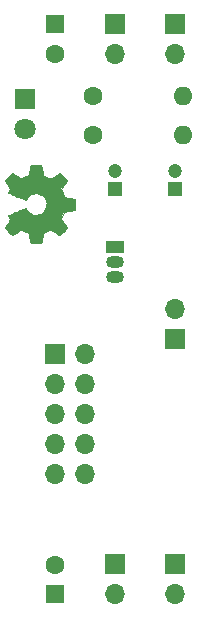
<source format=gbl>
%TF.GenerationSoftware,KiCad,Pcbnew,(5.1.10-1-10_14)*%
%TF.CreationDate,2021-06-08T13:14:51-07:00*%
%TF.ProjectId,EurorackBBPS,4575726f-7261-4636-9b42-4250532e6b69,rev?*%
%TF.SameCoordinates,Original*%
%TF.FileFunction,Copper,L2,Bot*%
%TF.FilePolarity,Positive*%
%FSLAX46Y46*%
G04 Gerber Fmt 4.6, Leading zero omitted, Abs format (unit mm)*
G04 Created by KiCad (PCBNEW (5.1.10-1-10_14)) date 2021-06-08 13:14:51*
%MOMM*%
%LPD*%
G01*
G04 APERTURE LIST*
%TA.AperFunction,EtchedComponent*%
%ADD10C,0.010000*%
%TD*%
%TA.AperFunction,ComponentPad*%
%ADD11O,1.600000X1.600000*%
%TD*%
%TA.AperFunction,ComponentPad*%
%ADD12C,1.600000*%
%TD*%
%TA.AperFunction,ComponentPad*%
%ADD13C,1.800000*%
%TD*%
%TA.AperFunction,ComponentPad*%
%ADD14R,1.800000X1.800000*%
%TD*%
%TA.AperFunction,ComponentPad*%
%ADD15C,1.200000*%
%TD*%
%TA.AperFunction,ComponentPad*%
%ADD16R,1.200000X1.200000*%
%TD*%
%TA.AperFunction,ComponentPad*%
%ADD17O,1.700000X1.700000*%
%TD*%
%TA.AperFunction,ComponentPad*%
%ADD18R,1.700000X1.700000*%
%TD*%
%TA.AperFunction,ComponentPad*%
%ADD19R,1.500000X1.050000*%
%TD*%
%TA.AperFunction,ComponentPad*%
%ADD20O,1.500000X1.050000*%
%TD*%
%TA.AperFunction,ComponentPad*%
%ADD21R,1.600000X1.600000*%
%TD*%
G04 APERTURE END LIST*
D10*
%TO.C,REF\u002A\u002A*%
G36*
X149851069Y-90884186D02*
G01*
X149406445Y-90800365D01*
X149278947Y-90491080D01*
X149151449Y-90181794D01*
X149403754Y-89810754D01*
X149474004Y-89706843D01*
X149536728Y-89612913D01*
X149589062Y-89533348D01*
X149628143Y-89472530D01*
X149651107Y-89434843D01*
X149656058Y-89424579D01*
X149643324Y-89406090D01*
X149608118Y-89366580D01*
X149554938Y-89310478D01*
X149488282Y-89242213D01*
X149412646Y-89166214D01*
X149332528Y-89086908D01*
X149252426Y-89008725D01*
X149176836Y-88936093D01*
X149110255Y-88873441D01*
X149057182Y-88825197D01*
X149022113Y-88795790D01*
X149010377Y-88788759D01*
X148988740Y-88798877D01*
X148941338Y-88827241D01*
X148872807Y-88870871D01*
X148787785Y-88926782D01*
X148690907Y-88991994D01*
X148635650Y-89029781D01*
X148534752Y-89098657D01*
X148443701Y-89159860D01*
X148367030Y-89210422D01*
X148309272Y-89247372D01*
X148274957Y-89267742D01*
X148267746Y-89270803D01*
X148247252Y-89263864D01*
X148199487Y-89244949D01*
X148131168Y-89216913D01*
X148049011Y-89182609D01*
X147959730Y-89144891D01*
X147870042Y-89106613D01*
X147786662Y-89070630D01*
X147716306Y-89039794D01*
X147665690Y-89016961D01*
X147641529Y-89004983D01*
X147640578Y-89004276D01*
X147635964Y-88985469D01*
X147625672Y-88935382D01*
X147610713Y-88859207D01*
X147592099Y-88762135D01*
X147570841Y-88649357D01*
X147558582Y-88583558D01*
X147535638Y-88463050D01*
X147513805Y-88354203D01*
X147494278Y-88262524D01*
X147478252Y-88193519D01*
X147466921Y-88152696D01*
X147463326Y-88144489D01*
X147438994Y-88136452D01*
X147384041Y-88129967D01*
X147304892Y-88125030D01*
X147207974Y-88121636D01*
X147099713Y-88119782D01*
X146986535Y-88119462D01*
X146874865Y-88120673D01*
X146771132Y-88123410D01*
X146681759Y-88127669D01*
X146613174Y-88133445D01*
X146571803Y-88140733D01*
X146563190Y-88145105D01*
X146552867Y-88171236D01*
X146538108Y-88226607D01*
X146520648Y-88303893D01*
X146502220Y-88395770D01*
X146496259Y-88427842D01*
X146467934Y-88582476D01*
X146445124Y-88704625D01*
X146426920Y-88798327D01*
X146412417Y-88867616D01*
X146400708Y-88916529D01*
X146390885Y-88949103D01*
X146382044Y-88969372D01*
X146373276Y-88981374D01*
X146371543Y-88983053D01*
X146343629Y-88999816D01*
X146289305Y-89025386D01*
X146215223Y-89057212D01*
X146128035Y-89092740D01*
X146034392Y-89129417D01*
X145940948Y-89164689D01*
X145854353Y-89196004D01*
X145781260Y-89220807D01*
X145728322Y-89236546D01*
X145702189Y-89240668D01*
X145701274Y-89240324D01*
X145679914Y-89226359D01*
X145632916Y-89194678D01*
X145565173Y-89148609D01*
X145481577Y-89091482D01*
X145387018Y-89026627D01*
X145360146Y-89008157D01*
X145262725Y-88942301D01*
X145173837Y-88884350D01*
X145098588Y-88837462D01*
X145042080Y-88804793D01*
X145009419Y-88789500D01*
X145005407Y-88788759D01*
X144984316Y-88801608D01*
X144942536Y-88837112D01*
X144884555Y-88890707D01*
X144814865Y-88957829D01*
X144737955Y-89033913D01*
X144658317Y-89114396D01*
X144580439Y-89194713D01*
X144508814Y-89270301D01*
X144447930Y-89336595D01*
X144402279Y-89389031D01*
X144376350Y-89423045D01*
X144372117Y-89432455D01*
X144382088Y-89454357D01*
X144408980Y-89499200D01*
X144448264Y-89559679D01*
X144479883Y-89606211D01*
X144537902Y-89690525D01*
X144606216Y-89790374D01*
X144674421Y-89890527D01*
X144710925Y-89944373D01*
X144834200Y-90126629D01*
X144751480Y-90279619D01*
X144715241Y-90349318D01*
X144687074Y-90408586D01*
X144671009Y-90448689D01*
X144668774Y-90458897D01*
X144685278Y-90471171D01*
X144731918Y-90495387D01*
X144804391Y-90529737D01*
X144898394Y-90572412D01*
X145009626Y-90621606D01*
X145133785Y-90675510D01*
X145266568Y-90732316D01*
X145403673Y-90790218D01*
X145540798Y-90847407D01*
X145673642Y-90902076D01*
X145797902Y-90952416D01*
X145909275Y-90996620D01*
X146003461Y-91032881D01*
X146076156Y-91059391D01*
X146123059Y-91074342D01*
X146139167Y-91076746D01*
X146159714Y-91057689D01*
X146193067Y-91015964D01*
X146232298Y-90960294D01*
X146235401Y-90955622D01*
X146350577Y-90811736D01*
X146484947Y-90695717D01*
X146634216Y-90608570D01*
X146794087Y-90551301D01*
X146960263Y-90524914D01*
X147128448Y-90530415D01*
X147294345Y-90568810D01*
X147453658Y-90641105D01*
X147488513Y-90662374D01*
X147629263Y-90773004D01*
X147742286Y-90903698D01*
X147826997Y-91049936D01*
X147882806Y-91207192D01*
X147909126Y-91370943D01*
X147905370Y-91536667D01*
X147870950Y-91699838D01*
X147805277Y-91855935D01*
X147707765Y-92000433D01*
X147668187Y-92045131D01*
X147544297Y-92158888D01*
X147413876Y-92241782D01*
X147267685Y-92298644D01*
X147122912Y-92330313D01*
X146960140Y-92338131D01*
X146796560Y-92312062D01*
X146637702Y-92254755D01*
X146489094Y-92168856D01*
X146356265Y-92057014D01*
X146244744Y-91921877D01*
X146232989Y-91904117D01*
X146194492Y-91847850D01*
X146161137Y-91805077D01*
X146139840Y-91784628D01*
X146139167Y-91784331D01*
X146116129Y-91788721D01*
X146063843Y-91806124D01*
X145986610Y-91834732D01*
X145888732Y-91872735D01*
X145774509Y-91918326D01*
X145648242Y-91969697D01*
X145514233Y-92025038D01*
X145376782Y-92082542D01*
X145240192Y-92140399D01*
X145108763Y-92196802D01*
X144986795Y-92249942D01*
X144878591Y-92298010D01*
X144788451Y-92339199D01*
X144720677Y-92371699D01*
X144679570Y-92393703D01*
X144668774Y-92402564D01*
X144677181Y-92429640D01*
X144699728Y-92480303D01*
X144732387Y-92545817D01*
X144751480Y-92581841D01*
X144834200Y-92734832D01*
X144710925Y-92917088D01*
X144647772Y-93010125D01*
X144578273Y-93111985D01*
X144512835Y-93207438D01*
X144479883Y-93255250D01*
X144434727Y-93322495D01*
X144398943Y-93379436D01*
X144377062Y-93418646D01*
X144372437Y-93431381D01*
X144384915Y-93449917D01*
X144419748Y-93490941D01*
X144473322Y-93550475D01*
X144542017Y-93624542D01*
X144622219Y-93709165D01*
X144673714Y-93762685D01*
X144765714Y-93856319D01*
X144848001Y-93937241D01*
X144917055Y-94002177D01*
X144969356Y-94047858D01*
X145001384Y-94071011D01*
X145007884Y-94073232D01*
X145032606Y-94062924D01*
X145082595Y-94034439D01*
X145152788Y-93990937D01*
X145238125Y-93935577D01*
X145333544Y-93871520D01*
X145360146Y-93853303D01*
X145456833Y-93786927D01*
X145543883Y-93727378D01*
X145616405Y-93677984D01*
X145669507Y-93642075D01*
X145698297Y-93622981D01*
X145701274Y-93621136D01*
X145724218Y-93623895D01*
X145774664Y-93638538D01*
X145845959Y-93662513D01*
X145931453Y-93693266D01*
X146024493Y-93728244D01*
X146118426Y-93764893D01*
X146206601Y-93800661D01*
X146282366Y-93832994D01*
X146339069Y-93859338D01*
X146370057Y-93877142D01*
X146371543Y-93878407D01*
X146380399Y-93889294D01*
X146389157Y-93907682D01*
X146398723Y-93937606D01*
X146410004Y-93983103D01*
X146423907Y-94048209D01*
X146441337Y-94136961D01*
X146463202Y-94253393D01*
X146490409Y-94401542D01*
X146496259Y-94433618D01*
X146514626Y-94528686D01*
X146532595Y-94611565D01*
X146548431Y-94674930D01*
X146560400Y-94711458D01*
X146563190Y-94716356D01*
X146587928Y-94724427D01*
X146643210Y-94730987D01*
X146722611Y-94736033D01*
X146819704Y-94739559D01*
X146928062Y-94741561D01*
X147041260Y-94742036D01*
X147152872Y-94740977D01*
X147256471Y-94738382D01*
X147345632Y-94734246D01*
X147413928Y-94728563D01*
X147454934Y-94721331D01*
X147463326Y-94716971D01*
X147471792Y-94692698D01*
X147485565Y-94637426D01*
X147503450Y-94556662D01*
X147524252Y-94455912D01*
X147546777Y-94340683D01*
X147558582Y-94277902D01*
X147580849Y-94158787D01*
X147601021Y-94052565D01*
X147618085Y-93964427D01*
X147631031Y-93899566D01*
X147638845Y-93863174D01*
X147640578Y-93857184D01*
X147660110Y-93847061D01*
X147707157Y-93825662D01*
X147774997Y-93795839D01*
X147856909Y-93760445D01*
X147946172Y-93722332D01*
X148036065Y-93684353D01*
X148119865Y-93649360D01*
X148190853Y-93620206D01*
X148242306Y-93599743D01*
X148267503Y-93590823D01*
X148268604Y-93590657D01*
X148288481Y-93600769D01*
X148334223Y-93629117D01*
X148401283Y-93672723D01*
X148485116Y-93728606D01*
X148581174Y-93793787D01*
X148636350Y-93831679D01*
X148737519Y-93900725D01*
X148829370Y-93962050D01*
X148907256Y-94012663D01*
X148966531Y-94049571D01*
X149002549Y-94069782D01*
X149010623Y-94072701D01*
X149029416Y-94060153D01*
X149069543Y-94025463D01*
X149126507Y-93973063D01*
X149195815Y-93907384D01*
X149272969Y-93832856D01*
X149353475Y-93753913D01*
X149432837Y-93674983D01*
X149506560Y-93600500D01*
X149570148Y-93534894D01*
X149619106Y-93482596D01*
X149648939Y-93448039D01*
X149656058Y-93436478D01*
X149646047Y-93417654D01*
X149617922Y-93372631D01*
X149574546Y-93305787D01*
X149518782Y-93221499D01*
X149453494Y-93124144D01*
X149403754Y-93050707D01*
X149151449Y-92679667D01*
X149406445Y-92061095D01*
X149851069Y-91977275D01*
X150295693Y-91893454D01*
X150295693Y-90968006D01*
X149851069Y-90884186D01*
G37*
X149851069Y-90884186D02*
X149406445Y-90800365D01*
X149278947Y-90491080D01*
X149151449Y-90181794D01*
X149403754Y-89810754D01*
X149474004Y-89706843D01*
X149536728Y-89612913D01*
X149589062Y-89533348D01*
X149628143Y-89472530D01*
X149651107Y-89434843D01*
X149656058Y-89424579D01*
X149643324Y-89406090D01*
X149608118Y-89366580D01*
X149554938Y-89310478D01*
X149488282Y-89242213D01*
X149412646Y-89166214D01*
X149332528Y-89086908D01*
X149252426Y-89008725D01*
X149176836Y-88936093D01*
X149110255Y-88873441D01*
X149057182Y-88825197D01*
X149022113Y-88795790D01*
X149010377Y-88788759D01*
X148988740Y-88798877D01*
X148941338Y-88827241D01*
X148872807Y-88870871D01*
X148787785Y-88926782D01*
X148690907Y-88991994D01*
X148635650Y-89029781D01*
X148534752Y-89098657D01*
X148443701Y-89159860D01*
X148367030Y-89210422D01*
X148309272Y-89247372D01*
X148274957Y-89267742D01*
X148267746Y-89270803D01*
X148247252Y-89263864D01*
X148199487Y-89244949D01*
X148131168Y-89216913D01*
X148049011Y-89182609D01*
X147959730Y-89144891D01*
X147870042Y-89106613D01*
X147786662Y-89070630D01*
X147716306Y-89039794D01*
X147665690Y-89016961D01*
X147641529Y-89004983D01*
X147640578Y-89004276D01*
X147635964Y-88985469D01*
X147625672Y-88935382D01*
X147610713Y-88859207D01*
X147592099Y-88762135D01*
X147570841Y-88649357D01*
X147558582Y-88583558D01*
X147535638Y-88463050D01*
X147513805Y-88354203D01*
X147494278Y-88262524D01*
X147478252Y-88193519D01*
X147466921Y-88152696D01*
X147463326Y-88144489D01*
X147438994Y-88136452D01*
X147384041Y-88129967D01*
X147304892Y-88125030D01*
X147207974Y-88121636D01*
X147099713Y-88119782D01*
X146986535Y-88119462D01*
X146874865Y-88120673D01*
X146771132Y-88123410D01*
X146681759Y-88127669D01*
X146613174Y-88133445D01*
X146571803Y-88140733D01*
X146563190Y-88145105D01*
X146552867Y-88171236D01*
X146538108Y-88226607D01*
X146520648Y-88303893D01*
X146502220Y-88395770D01*
X146496259Y-88427842D01*
X146467934Y-88582476D01*
X146445124Y-88704625D01*
X146426920Y-88798327D01*
X146412417Y-88867616D01*
X146400708Y-88916529D01*
X146390885Y-88949103D01*
X146382044Y-88969372D01*
X146373276Y-88981374D01*
X146371543Y-88983053D01*
X146343629Y-88999816D01*
X146289305Y-89025386D01*
X146215223Y-89057212D01*
X146128035Y-89092740D01*
X146034392Y-89129417D01*
X145940948Y-89164689D01*
X145854353Y-89196004D01*
X145781260Y-89220807D01*
X145728322Y-89236546D01*
X145702189Y-89240668D01*
X145701274Y-89240324D01*
X145679914Y-89226359D01*
X145632916Y-89194678D01*
X145565173Y-89148609D01*
X145481577Y-89091482D01*
X145387018Y-89026627D01*
X145360146Y-89008157D01*
X145262725Y-88942301D01*
X145173837Y-88884350D01*
X145098588Y-88837462D01*
X145042080Y-88804793D01*
X145009419Y-88789500D01*
X145005407Y-88788759D01*
X144984316Y-88801608D01*
X144942536Y-88837112D01*
X144884555Y-88890707D01*
X144814865Y-88957829D01*
X144737955Y-89033913D01*
X144658317Y-89114396D01*
X144580439Y-89194713D01*
X144508814Y-89270301D01*
X144447930Y-89336595D01*
X144402279Y-89389031D01*
X144376350Y-89423045D01*
X144372117Y-89432455D01*
X144382088Y-89454357D01*
X144408980Y-89499200D01*
X144448264Y-89559679D01*
X144479883Y-89606211D01*
X144537902Y-89690525D01*
X144606216Y-89790374D01*
X144674421Y-89890527D01*
X144710925Y-89944373D01*
X144834200Y-90126629D01*
X144751480Y-90279619D01*
X144715241Y-90349318D01*
X144687074Y-90408586D01*
X144671009Y-90448689D01*
X144668774Y-90458897D01*
X144685278Y-90471171D01*
X144731918Y-90495387D01*
X144804391Y-90529737D01*
X144898394Y-90572412D01*
X145009626Y-90621606D01*
X145133785Y-90675510D01*
X145266568Y-90732316D01*
X145403673Y-90790218D01*
X145540798Y-90847407D01*
X145673642Y-90902076D01*
X145797902Y-90952416D01*
X145909275Y-90996620D01*
X146003461Y-91032881D01*
X146076156Y-91059391D01*
X146123059Y-91074342D01*
X146139167Y-91076746D01*
X146159714Y-91057689D01*
X146193067Y-91015964D01*
X146232298Y-90960294D01*
X146235401Y-90955622D01*
X146350577Y-90811736D01*
X146484947Y-90695717D01*
X146634216Y-90608570D01*
X146794087Y-90551301D01*
X146960263Y-90524914D01*
X147128448Y-90530415D01*
X147294345Y-90568810D01*
X147453658Y-90641105D01*
X147488513Y-90662374D01*
X147629263Y-90773004D01*
X147742286Y-90903698D01*
X147826997Y-91049936D01*
X147882806Y-91207192D01*
X147909126Y-91370943D01*
X147905370Y-91536667D01*
X147870950Y-91699838D01*
X147805277Y-91855935D01*
X147707765Y-92000433D01*
X147668187Y-92045131D01*
X147544297Y-92158888D01*
X147413876Y-92241782D01*
X147267685Y-92298644D01*
X147122912Y-92330313D01*
X146960140Y-92338131D01*
X146796560Y-92312062D01*
X146637702Y-92254755D01*
X146489094Y-92168856D01*
X146356265Y-92057014D01*
X146244744Y-91921877D01*
X146232989Y-91904117D01*
X146194492Y-91847850D01*
X146161137Y-91805077D01*
X146139840Y-91784628D01*
X146139167Y-91784331D01*
X146116129Y-91788721D01*
X146063843Y-91806124D01*
X145986610Y-91834732D01*
X145888732Y-91872735D01*
X145774509Y-91918326D01*
X145648242Y-91969697D01*
X145514233Y-92025038D01*
X145376782Y-92082542D01*
X145240192Y-92140399D01*
X145108763Y-92196802D01*
X144986795Y-92249942D01*
X144878591Y-92298010D01*
X144788451Y-92339199D01*
X144720677Y-92371699D01*
X144679570Y-92393703D01*
X144668774Y-92402564D01*
X144677181Y-92429640D01*
X144699728Y-92480303D01*
X144732387Y-92545817D01*
X144751480Y-92581841D01*
X144834200Y-92734832D01*
X144710925Y-92917088D01*
X144647772Y-93010125D01*
X144578273Y-93111985D01*
X144512835Y-93207438D01*
X144479883Y-93255250D01*
X144434727Y-93322495D01*
X144398943Y-93379436D01*
X144377062Y-93418646D01*
X144372437Y-93431381D01*
X144384915Y-93449917D01*
X144419748Y-93490941D01*
X144473322Y-93550475D01*
X144542017Y-93624542D01*
X144622219Y-93709165D01*
X144673714Y-93762685D01*
X144765714Y-93856319D01*
X144848001Y-93937241D01*
X144917055Y-94002177D01*
X144969356Y-94047858D01*
X145001384Y-94071011D01*
X145007884Y-94073232D01*
X145032606Y-94062924D01*
X145082595Y-94034439D01*
X145152788Y-93990937D01*
X145238125Y-93935577D01*
X145333544Y-93871520D01*
X145360146Y-93853303D01*
X145456833Y-93786927D01*
X145543883Y-93727378D01*
X145616405Y-93677984D01*
X145669507Y-93642075D01*
X145698297Y-93622981D01*
X145701274Y-93621136D01*
X145724218Y-93623895D01*
X145774664Y-93638538D01*
X145845959Y-93662513D01*
X145931453Y-93693266D01*
X146024493Y-93728244D01*
X146118426Y-93764893D01*
X146206601Y-93800661D01*
X146282366Y-93832994D01*
X146339069Y-93859338D01*
X146370057Y-93877142D01*
X146371543Y-93878407D01*
X146380399Y-93889294D01*
X146389157Y-93907682D01*
X146398723Y-93937606D01*
X146410004Y-93983103D01*
X146423907Y-94048209D01*
X146441337Y-94136961D01*
X146463202Y-94253393D01*
X146490409Y-94401542D01*
X146496259Y-94433618D01*
X146514626Y-94528686D01*
X146532595Y-94611565D01*
X146548431Y-94674930D01*
X146560400Y-94711458D01*
X146563190Y-94716356D01*
X146587928Y-94724427D01*
X146643210Y-94730987D01*
X146722611Y-94736033D01*
X146819704Y-94739559D01*
X146928062Y-94741561D01*
X147041260Y-94742036D01*
X147152872Y-94740977D01*
X147256471Y-94738382D01*
X147345632Y-94734246D01*
X147413928Y-94728563D01*
X147454934Y-94721331D01*
X147463326Y-94716971D01*
X147471792Y-94692698D01*
X147485565Y-94637426D01*
X147503450Y-94556662D01*
X147524252Y-94455912D01*
X147546777Y-94340683D01*
X147558582Y-94277902D01*
X147580849Y-94158787D01*
X147601021Y-94052565D01*
X147618085Y-93964427D01*
X147631031Y-93899566D01*
X147638845Y-93863174D01*
X147640578Y-93857184D01*
X147660110Y-93847061D01*
X147707157Y-93825662D01*
X147774997Y-93795839D01*
X147856909Y-93760445D01*
X147946172Y-93722332D01*
X148036065Y-93684353D01*
X148119865Y-93649360D01*
X148190853Y-93620206D01*
X148242306Y-93599743D01*
X148267503Y-93590823D01*
X148268604Y-93590657D01*
X148288481Y-93600769D01*
X148334223Y-93629117D01*
X148401283Y-93672723D01*
X148485116Y-93728606D01*
X148581174Y-93793787D01*
X148636350Y-93831679D01*
X148737519Y-93900725D01*
X148829370Y-93962050D01*
X148907256Y-94012663D01*
X148966531Y-94049571D01*
X149002549Y-94069782D01*
X149010623Y-94072701D01*
X149029416Y-94060153D01*
X149069543Y-94025463D01*
X149126507Y-93973063D01*
X149195815Y-93907384D01*
X149272969Y-93832856D01*
X149353475Y-93753913D01*
X149432837Y-93674983D01*
X149506560Y-93600500D01*
X149570148Y-93534894D01*
X149619106Y-93482596D01*
X149648939Y-93448039D01*
X149656058Y-93436478D01*
X149646047Y-93417654D01*
X149617922Y-93372631D01*
X149574546Y-93305787D01*
X149518782Y-93221499D01*
X149453494Y-93124144D01*
X149403754Y-93050707D01*
X149151449Y-92679667D01*
X149406445Y-92061095D01*
X149851069Y-91977275D01*
X150295693Y-91893454D01*
X150295693Y-90968006D01*
X149851069Y-90884186D01*
%TD*%
D11*
%TO.P,R1,2*%
%TO.N,+12V*%
X159476017Y-85556638D03*
D12*
%TO.P,R1,1*%
%TO.N,Net-(C3-Pad1)*%
X151856017Y-85556638D03*
%TD*%
D11*
%TO.P,R2,2*%
%TO.N,+12V*%
X159458035Y-82283880D03*
D12*
%TO.P,R2,1*%
%TO.N,Net-(D1-Pad2)*%
X151838035Y-82283880D03*
%TD*%
D13*
%TO.P,PWR,2*%
%TO.N,Net-(D1-Pad2)*%
X146050000Y-85090000D03*
D14*
%TO.P,PWR,1*%
%TO.N,GND*%
X146050000Y-82550000D03*
%TD*%
D15*
%TO.P,C4,2*%
%TO.N,GND*%
X158750000Y-88670000D03*
D16*
%TO.P,C4,1*%
%TO.N,+5V*%
X158750000Y-90170000D03*
%TD*%
D15*
%TO.P,C3,2*%
%TO.N,GND*%
X153670000Y-88670000D03*
D16*
%TO.P,C3,1*%
%TO.N,Net-(C3-Pad1)*%
X153670000Y-90170000D03*
%TD*%
D17*
%TO.P,J1,10*%
%TO.N,Net-(BR1-Pad4)*%
X151130000Y-114300000D03*
%TO.P,J1,9*%
X148590000Y-114300000D03*
%TO.P,J1,8*%
%TO.N,GND*%
X151130000Y-111760000D03*
%TO.P,J1,7*%
X148590000Y-111760000D03*
%TO.P,J1,6*%
X151130000Y-109220000D03*
%TO.P,J1,5*%
X148590000Y-109220000D03*
%TO.P,J1,4*%
X151130000Y-106680000D03*
%TO.P,J1,3*%
X148590000Y-106680000D03*
%TO.P,J1,2*%
%TO.N,Net-(BR1-Pad3)*%
X151130000Y-104140000D03*
D18*
%TO.P,J1,1*%
X148590000Y-104140000D03*
%TD*%
D19*
%TO.P,78L05,1*%
%TO.N,+5V*%
X153724612Y-95023392D03*
D20*
%TO.P,78L05,3*%
%TO.N,Net-(C3-Pad1)*%
X153724612Y-97563392D03*
%TO.P,78L05,2*%
%TO.N,GND*%
X153724612Y-96293392D03*
%TD*%
D17*
%TO.P,GND,2*%
%TO.N,+5V*%
X158750000Y-100330000D03*
D18*
%TO.P,GND,1*%
%TO.N,GND*%
X158750000Y-102870000D03*
%TD*%
D21*
%TO.P,C2,1*%
%TO.N,GND*%
X148590000Y-124460000D03*
D12*
%TO.P,C2,2*%
%TO.N,-12V*%
X148590000Y-121960000D03*
%TD*%
%TO.P,C1,2*%
%TO.N,GND*%
X148590000Y-78700000D03*
D21*
%TO.P,C1,1*%
%TO.N,+12V*%
X148590000Y-76200000D03*
%TD*%
D18*
%TO.P,J2,1*%
%TO.N,+12V*%
X153670000Y-76200000D03*
D17*
%TO.P,J2,2*%
%TO.N,GND*%
X153670000Y-78740000D03*
%TD*%
%TO.P,J3,2*%
%TO.N,GND*%
X158750000Y-78740000D03*
D18*
%TO.P,J3,1*%
%TO.N,+12V*%
X158750000Y-76200000D03*
%TD*%
%TO.P,J4,1*%
%TO.N,-12V*%
X158750000Y-121920000D03*
D17*
%TO.P,J4,2*%
%TO.N,GND*%
X158750000Y-124460000D03*
%TD*%
%TO.P,J5,2*%
%TO.N,GND*%
X153670000Y-124460000D03*
D18*
%TO.P,J5,1*%
%TO.N,-12V*%
X153670000Y-121920000D03*
%TD*%
M02*

</source>
